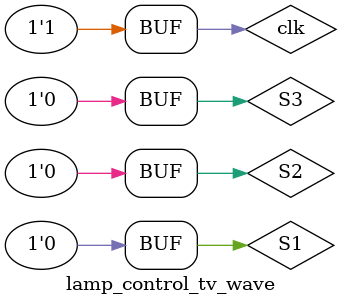
<source format=v>
`timescale 1ns / 1ps


module lamp_control_tv_wave;

	// Inputs
	reg clk;
	reg S1;
	reg S2;
	reg S3;

	// Outputs
	wire F;

	// Instantiate the Unit Under Test (UUT)
	lamp_control_tv uut (
		.clk(clk), 
		.S1(S1), 
		.S2(S2), 
		.S3(S3), 
		.F(F)
	);

// clk
 	always begin
		#10 clk = 0;
		#10 clk = 1;
	end
      
	initial begin
		// Initialize Inputs
		clk = 0;
		S1 = 0;
		S2 = 0;
		S3 = 0;

		// Wait 100 ns for global reset to finish
		#100;
        
		// Add stimulus here
		S1 = 1;	
		#20 S1 = 0;
		#6000 S2 = 1;   //#2^8=256*20=5120
		#20 S2 = 0;
		#6000 S3 = 1;
		#20 S3 = 0;
		#6000;
	end
      
endmodule


</source>
